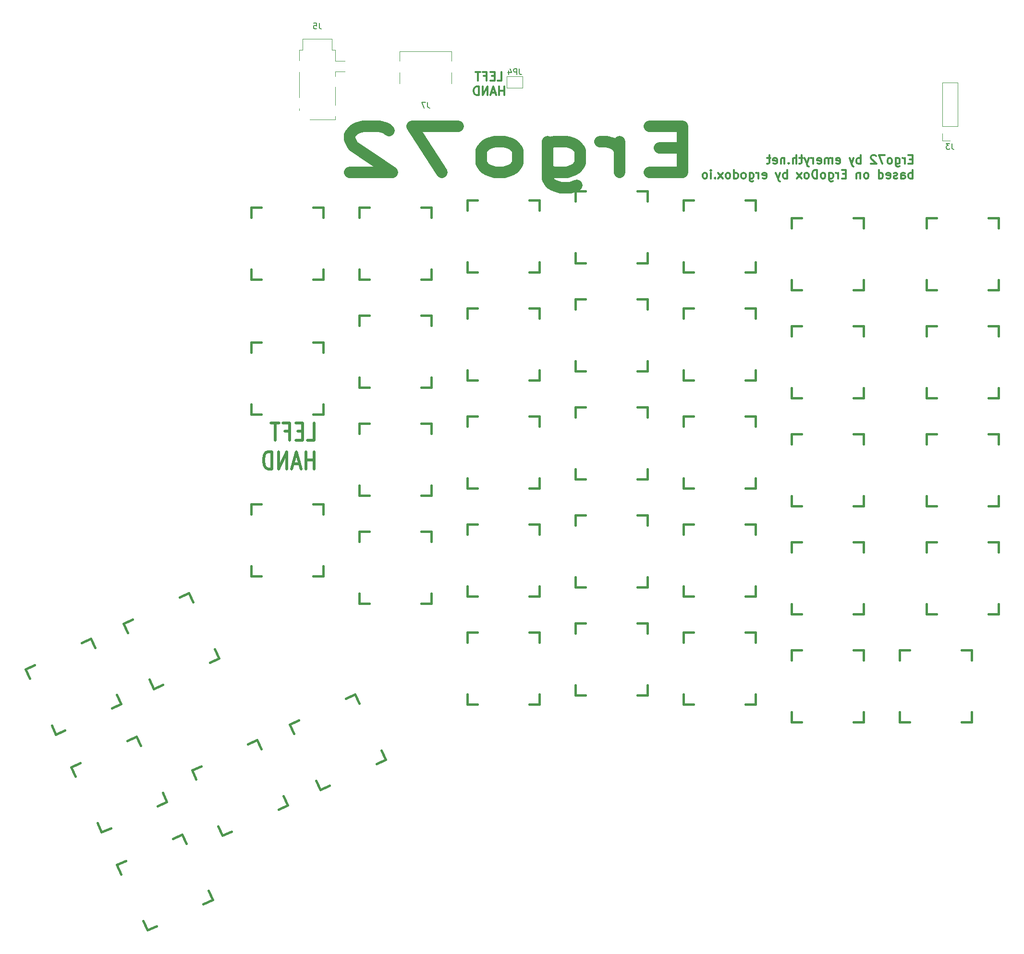
<source format=gbo>
%TF.GenerationSoftware,KiCad,Pcbnew,5.1.6-c6e7f7d~87~ubuntu20.04.1*%
%TF.CreationDate,2020-08-02T23:19:43+02:00*%
%TF.ProjectId,ErgoDOX,4572676f-444f-4582-9e6b-696361645f70,rev?*%
%TF.SameCoordinates,Original*%
%TF.FileFunction,Legend,Bot*%
%TF.FilePolarity,Positive*%
%FSLAX46Y46*%
G04 Gerber Fmt 4.6, Leading zero omitted, Abs format (unit mm)*
G04 Created by KiCad (PCBNEW 5.1.6-c6e7f7d~87~ubuntu20.04.1) date 2020-08-02 23:19:43*
%MOMM*%
%LPD*%
G01*
G04 APERTURE LIST*
%ADD10C,0.304800*%
%ADD11C,2.032000*%
%ADD12C,0.508000*%
%ADD13C,0.120000*%
%ADD14C,0.381000*%
%ADD15C,0.150000*%
G04 APERTURE END LIST*
D10*
X109451428Y-36394028D02*
X110177142Y-36394028D01*
X110177142Y-34870028D01*
X108943428Y-35595742D02*
X108435428Y-35595742D01*
X108217714Y-36394028D02*
X108943428Y-36394028D01*
X108943428Y-34870028D01*
X108217714Y-34870028D01*
X107056571Y-35595742D02*
X107564571Y-35595742D01*
X107564571Y-36394028D02*
X107564571Y-34870028D01*
X106838857Y-34870028D01*
X106476000Y-34870028D02*
X105605142Y-34870028D01*
X106040571Y-36394028D02*
X106040571Y-34870028D01*
X110648857Y-38984828D02*
X110648857Y-37460828D01*
X110648857Y-38186542D02*
X109778000Y-38186542D01*
X109778000Y-38984828D02*
X109778000Y-37460828D01*
X109124857Y-38549400D02*
X108399142Y-38549400D01*
X109270000Y-38984828D02*
X108762000Y-37460828D01*
X108254000Y-38984828D01*
X107746000Y-38984828D02*
X107746000Y-37460828D01*
X106875142Y-38984828D01*
X106875142Y-37460828D01*
X106149428Y-38984828D02*
X106149428Y-37460828D01*
X105786571Y-37460828D01*
X105568857Y-37533400D01*
X105423714Y-37678542D01*
X105351142Y-37823685D01*
X105278571Y-38113971D01*
X105278571Y-38331685D01*
X105351142Y-38621971D01*
X105423714Y-38767114D01*
X105568857Y-38912257D01*
X105786571Y-38984828D01*
X106149428Y-38984828D01*
X182639022Y-50295742D02*
X182131022Y-50295742D01*
X181913308Y-51094028D02*
X182639022Y-51094028D01*
X182639022Y-49570028D01*
X181913308Y-49570028D01*
X181260165Y-51094028D02*
X181260165Y-50078028D01*
X181260165Y-50368314D02*
X181187594Y-50223171D01*
X181115022Y-50150600D01*
X180969880Y-50078028D01*
X180824737Y-50078028D01*
X179663594Y-50078028D02*
X179663594Y-51311742D01*
X179736165Y-51456885D01*
X179808737Y-51529457D01*
X179953880Y-51602028D01*
X180171594Y-51602028D01*
X180316737Y-51529457D01*
X179663594Y-51021457D02*
X179808737Y-51094028D01*
X180099022Y-51094028D01*
X180244165Y-51021457D01*
X180316737Y-50948885D01*
X180389308Y-50803742D01*
X180389308Y-50368314D01*
X180316737Y-50223171D01*
X180244165Y-50150600D01*
X180099022Y-50078028D01*
X179808737Y-50078028D01*
X179663594Y-50150600D01*
X178720165Y-51094028D02*
X178865308Y-51021457D01*
X178937880Y-50948885D01*
X179010451Y-50803742D01*
X179010451Y-50368314D01*
X178937880Y-50223171D01*
X178865308Y-50150600D01*
X178720165Y-50078028D01*
X178502451Y-50078028D01*
X178357308Y-50150600D01*
X178284737Y-50223171D01*
X178212165Y-50368314D01*
X178212165Y-50803742D01*
X178284737Y-50948885D01*
X178357308Y-51021457D01*
X178502451Y-51094028D01*
X178720165Y-51094028D01*
X177704165Y-49570028D02*
X176688165Y-49570028D01*
X177341308Y-51094028D01*
X176180165Y-49715171D02*
X176107594Y-49642600D01*
X175962451Y-49570028D01*
X175599594Y-49570028D01*
X175454451Y-49642600D01*
X175381880Y-49715171D01*
X175309308Y-49860314D01*
X175309308Y-50005457D01*
X175381880Y-50223171D01*
X176252737Y-51094028D01*
X175309308Y-51094028D01*
X173495022Y-51094028D02*
X173495022Y-49570028D01*
X173495022Y-50150600D02*
X173349880Y-50078028D01*
X173059594Y-50078028D01*
X172914451Y-50150600D01*
X172841880Y-50223171D01*
X172769308Y-50368314D01*
X172769308Y-50803742D01*
X172841880Y-50948885D01*
X172914451Y-51021457D01*
X173059594Y-51094028D01*
X173349880Y-51094028D01*
X173495022Y-51021457D01*
X172261308Y-50078028D02*
X171898451Y-51094028D01*
X171535594Y-50078028D02*
X171898451Y-51094028D01*
X172043594Y-51456885D01*
X172116165Y-51529457D01*
X172261308Y-51602028D01*
X169213308Y-51021457D02*
X169358451Y-51094028D01*
X169648737Y-51094028D01*
X169793880Y-51021457D01*
X169866451Y-50876314D01*
X169866451Y-50295742D01*
X169793880Y-50150600D01*
X169648737Y-50078028D01*
X169358451Y-50078028D01*
X169213308Y-50150600D01*
X169140737Y-50295742D01*
X169140737Y-50440885D01*
X169866451Y-50586028D01*
X168487594Y-51094028D02*
X168487594Y-50078028D01*
X168487594Y-50223171D02*
X168415022Y-50150600D01*
X168269880Y-50078028D01*
X168052165Y-50078028D01*
X167907022Y-50150600D01*
X167834451Y-50295742D01*
X167834451Y-51094028D01*
X167834451Y-50295742D02*
X167761880Y-50150600D01*
X167616737Y-50078028D01*
X167399022Y-50078028D01*
X167253880Y-50150600D01*
X167181308Y-50295742D01*
X167181308Y-51094028D01*
X165875022Y-51021457D02*
X166020165Y-51094028D01*
X166310451Y-51094028D01*
X166455594Y-51021457D01*
X166528165Y-50876314D01*
X166528165Y-50295742D01*
X166455594Y-50150600D01*
X166310451Y-50078028D01*
X166020165Y-50078028D01*
X165875022Y-50150600D01*
X165802451Y-50295742D01*
X165802451Y-50440885D01*
X166528165Y-50586028D01*
X165149308Y-51094028D02*
X165149308Y-50078028D01*
X165149308Y-50368314D02*
X165076737Y-50223171D01*
X165004165Y-50150600D01*
X164859022Y-50078028D01*
X164713880Y-50078028D01*
X164351022Y-50078028D02*
X163988165Y-51094028D01*
X163625308Y-50078028D02*
X163988165Y-51094028D01*
X164133308Y-51456885D01*
X164205880Y-51529457D01*
X164351022Y-51602028D01*
X163262451Y-50078028D02*
X162681880Y-50078028D01*
X163044737Y-49570028D02*
X163044737Y-50876314D01*
X162972165Y-51021457D01*
X162827022Y-51094028D01*
X162681880Y-51094028D01*
X162173880Y-51094028D02*
X162173880Y-49570028D01*
X161520737Y-51094028D02*
X161520737Y-50295742D01*
X161593308Y-50150600D01*
X161738451Y-50078028D01*
X161956165Y-50078028D01*
X162101308Y-50150600D01*
X162173880Y-50223171D01*
X160795022Y-50948885D02*
X160722451Y-51021457D01*
X160795022Y-51094028D01*
X160867594Y-51021457D01*
X160795022Y-50948885D01*
X160795022Y-51094028D01*
X160069308Y-50078028D02*
X160069308Y-51094028D01*
X160069308Y-50223171D02*
X159996737Y-50150600D01*
X159851594Y-50078028D01*
X159633880Y-50078028D01*
X159488737Y-50150600D01*
X159416165Y-50295742D01*
X159416165Y-51094028D01*
X158109880Y-51021457D02*
X158255022Y-51094028D01*
X158545308Y-51094028D01*
X158690451Y-51021457D01*
X158763022Y-50876314D01*
X158763022Y-50295742D01*
X158690451Y-50150600D01*
X158545308Y-50078028D01*
X158255022Y-50078028D01*
X158109880Y-50150600D01*
X158037308Y-50295742D01*
X158037308Y-50440885D01*
X158763022Y-50586028D01*
X157601880Y-50078028D02*
X157021308Y-50078028D01*
X157384165Y-49570028D02*
X157384165Y-50876314D01*
X157311594Y-51021457D01*
X157166451Y-51094028D01*
X157021308Y-51094028D01*
X182639022Y-53684828D02*
X182639022Y-52160828D01*
X182639022Y-52741400D02*
X182493880Y-52668828D01*
X182203594Y-52668828D01*
X182058451Y-52741400D01*
X181985880Y-52813971D01*
X181913308Y-52959114D01*
X181913308Y-53394542D01*
X181985880Y-53539685D01*
X182058451Y-53612257D01*
X182203594Y-53684828D01*
X182493880Y-53684828D01*
X182639022Y-53612257D01*
X180607022Y-53684828D02*
X180607022Y-52886542D01*
X180679594Y-52741400D01*
X180824737Y-52668828D01*
X181115022Y-52668828D01*
X181260165Y-52741400D01*
X180607022Y-53612257D02*
X180752165Y-53684828D01*
X181115022Y-53684828D01*
X181260165Y-53612257D01*
X181332737Y-53467114D01*
X181332737Y-53321971D01*
X181260165Y-53176828D01*
X181115022Y-53104257D01*
X180752165Y-53104257D01*
X180607022Y-53031685D01*
X179953880Y-53612257D02*
X179808737Y-53684828D01*
X179518451Y-53684828D01*
X179373308Y-53612257D01*
X179300737Y-53467114D01*
X179300737Y-53394542D01*
X179373308Y-53249400D01*
X179518451Y-53176828D01*
X179736165Y-53176828D01*
X179881308Y-53104257D01*
X179953880Y-52959114D01*
X179953880Y-52886542D01*
X179881308Y-52741400D01*
X179736165Y-52668828D01*
X179518451Y-52668828D01*
X179373308Y-52741400D01*
X178067022Y-53612257D02*
X178212165Y-53684828D01*
X178502451Y-53684828D01*
X178647594Y-53612257D01*
X178720165Y-53467114D01*
X178720165Y-52886542D01*
X178647594Y-52741400D01*
X178502451Y-52668828D01*
X178212165Y-52668828D01*
X178067022Y-52741400D01*
X177994451Y-52886542D01*
X177994451Y-53031685D01*
X178720165Y-53176828D01*
X176688165Y-53684828D02*
X176688165Y-52160828D01*
X176688165Y-53612257D02*
X176833308Y-53684828D01*
X177123594Y-53684828D01*
X177268737Y-53612257D01*
X177341308Y-53539685D01*
X177413880Y-53394542D01*
X177413880Y-52959114D01*
X177341308Y-52813971D01*
X177268737Y-52741400D01*
X177123594Y-52668828D01*
X176833308Y-52668828D01*
X176688165Y-52741400D01*
X174583594Y-53684828D02*
X174728737Y-53612257D01*
X174801308Y-53539685D01*
X174873880Y-53394542D01*
X174873880Y-52959114D01*
X174801308Y-52813971D01*
X174728737Y-52741400D01*
X174583594Y-52668828D01*
X174365880Y-52668828D01*
X174220737Y-52741400D01*
X174148165Y-52813971D01*
X174075594Y-52959114D01*
X174075594Y-53394542D01*
X174148165Y-53539685D01*
X174220737Y-53612257D01*
X174365880Y-53684828D01*
X174583594Y-53684828D01*
X173422451Y-52668828D02*
X173422451Y-53684828D01*
X173422451Y-52813971D02*
X173349880Y-52741400D01*
X173204737Y-52668828D01*
X172987022Y-52668828D01*
X172841880Y-52741400D01*
X172769308Y-52886542D01*
X172769308Y-53684828D01*
X170882451Y-52886542D02*
X170374451Y-52886542D01*
X170156737Y-53684828D02*
X170882451Y-53684828D01*
X170882451Y-52160828D01*
X170156737Y-52160828D01*
X169503594Y-53684828D02*
X169503594Y-52668828D01*
X169503594Y-52959114D02*
X169431022Y-52813971D01*
X169358451Y-52741400D01*
X169213308Y-52668828D01*
X169068165Y-52668828D01*
X167907022Y-52668828D02*
X167907022Y-53902542D01*
X167979594Y-54047685D01*
X168052165Y-54120257D01*
X168197308Y-54192828D01*
X168415022Y-54192828D01*
X168560165Y-54120257D01*
X167907022Y-53612257D02*
X168052165Y-53684828D01*
X168342451Y-53684828D01*
X168487594Y-53612257D01*
X168560165Y-53539685D01*
X168632737Y-53394542D01*
X168632737Y-52959114D01*
X168560165Y-52813971D01*
X168487594Y-52741400D01*
X168342451Y-52668828D01*
X168052165Y-52668828D01*
X167907022Y-52741400D01*
X166963594Y-53684828D02*
X167108737Y-53612257D01*
X167181308Y-53539685D01*
X167253880Y-53394542D01*
X167253880Y-52959114D01*
X167181308Y-52813971D01*
X167108737Y-52741400D01*
X166963594Y-52668828D01*
X166745880Y-52668828D01*
X166600737Y-52741400D01*
X166528165Y-52813971D01*
X166455594Y-52959114D01*
X166455594Y-53394542D01*
X166528165Y-53539685D01*
X166600737Y-53612257D01*
X166745880Y-53684828D01*
X166963594Y-53684828D01*
X165802451Y-53684828D02*
X165802451Y-52160828D01*
X165439594Y-52160828D01*
X165221880Y-52233400D01*
X165076737Y-52378542D01*
X165004165Y-52523685D01*
X164931594Y-52813971D01*
X164931594Y-53031685D01*
X165004165Y-53321971D01*
X165076737Y-53467114D01*
X165221880Y-53612257D01*
X165439594Y-53684828D01*
X165802451Y-53684828D01*
X164060737Y-53684828D02*
X164205880Y-53612257D01*
X164278451Y-53539685D01*
X164351022Y-53394542D01*
X164351022Y-52959114D01*
X164278451Y-52813971D01*
X164205880Y-52741400D01*
X164060737Y-52668828D01*
X163843022Y-52668828D01*
X163697880Y-52741400D01*
X163625308Y-52813971D01*
X163552737Y-52959114D01*
X163552737Y-53394542D01*
X163625308Y-53539685D01*
X163697880Y-53612257D01*
X163843022Y-53684828D01*
X164060737Y-53684828D01*
X163044737Y-53684828D02*
X162246451Y-52668828D01*
X163044737Y-52668828D02*
X162246451Y-53684828D01*
X160504737Y-53684828D02*
X160504737Y-52160828D01*
X160504737Y-52741400D02*
X160359594Y-52668828D01*
X160069308Y-52668828D01*
X159924165Y-52741400D01*
X159851594Y-52813971D01*
X159779022Y-52959114D01*
X159779022Y-53394542D01*
X159851594Y-53539685D01*
X159924165Y-53612257D01*
X160069308Y-53684828D01*
X160359594Y-53684828D01*
X160504737Y-53612257D01*
X159271022Y-52668828D02*
X158908165Y-53684828D01*
X158545308Y-52668828D02*
X158908165Y-53684828D01*
X159053308Y-54047685D01*
X159125880Y-54120257D01*
X159271022Y-54192828D01*
X156223022Y-53612257D02*
X156368165Y-53684828D01*
X156658451Y-53684828D01*
X156803594Y-53612257D01*
X156876165Y-53467114D01*
X156876165Y-52886542D01*
X156803594Y-52741400D01*
X156658451Y-52668828D01*
X156368165Y-52668828D01*
X156223022Y-52741400D01*
X156150451Y-52886542D01*
X156150451Y-53031685D01*
X156876165Y-53176828D01*
X155497308Y-53684828D02*
X155497308Y-52668828D01*
X155497308Y-52959114D02*
X155424737Y-52813971D01*
X155352165Y-52741400D01*
X155207022Y-52668828D01*
X155061880Y-52668828D01*
X153900737Y-52668828D02*
X153900737Y-53902542D01*
X153973308Y-54047685D01*
X154045880Y-54120257D01*
X154191022Y-54192828D01*
X154408737Y-54192828D01*
X154553880Y-54120257D01*
X153900737Y-53612257D02*
X154045880Y-53684828D01*
X154336165Y-53684828D01*
X154481308Y-53612257D01*
X154553880Y-53539685D01*
X154626451Y-53394542D01*
X154626451Y-52959114D01*
X154553880Y-52813971D01*
X154481308Y-52741400D01*
X154336165Y-52668828D01*
X154045880Y-52668828D01*
X153900737Y-52741400D01*
X152957308Y-53684828D02*
X153102451Y-53612257D01*
X153175022Y-53539685D01*
X153247594Y-53394542D01*
X153247594Y-52959114D01*
X153175022Y-52813971D01*
X153102451Y-52741400D01*
X152957308Y-52668828D01*
X152739594Y-52668828D01*
X152594451Y-52741400D01*
X152521880Y-52813971D01*
X152449308Y-52959114D01*
X152449308Y-53394542D01*
X152521880Y-53539685D01*
X152594451Y-53612257D01*
X152739594Y-53684828D01*
X152957308Y-53684828D01*
X151143022Y-53684828D02*
X151143022Y-52160828D01*
X151143022Y-53612257D02*
X151288165Y-53684828D01*
X151578451Y-53684828D01*
X151723594Y-53612257D01*
X151796165Y-53539685D01*
X151868737Y-53394542D01*
X151868737Y-52959114D01*
X151796165Y-52813971D01*
X151723594Y-52741400D01*
X151578451Y-52668828D01*
X151288165Y-52668828D01*
X151143022Y-52741400D01*
X150199594Y-53684828D02*
X150344737Y-53612257D01*
X150417308Y-53539685D01*
X150489880Y-53394542D01*
X150489880Y-52959114D01*
X150417308Y-52813971D01*
X150344737Y-52741400D01*
X150199594Y-52668828D01*
X149981880Y-52668828D01*
X149836737Y-52741400D01*
X149764165Y-52813971D01*
X149691594Y-52959114D01*
X149691594Y-53394542D01*
X149764165Y-53539685D01*
X149836737Y-53612257D01*
X149981880Y-53684828D01*
X150199594Y-53684828D01*
X149183594Y-53684828D02*
X148385308Y-52668828D01*
X149183594Y-52668828D02*
X148385308Y-53684828D01*
X147804737Y-53539685D02*
X147732165Y-53612257D01*
X147804737Y-53684828D01*
X147877308Y-53612257D01*
X147804737Y-53539685D01*
X147804737Y-53684828D01*
X147079022Y-53684828D02*
X147079022Y-52668828D01*
X147079022Y-52160828D02*
X147151594Y-52233400D01*
X147079022Y-52305971D01*
X147006451Y-52233400D01*
X147079022Y-52160828D01*
X147079022Y-52305971D01*
X146135594Y-53684828D02*
X146280737Y-53612257D01*
X146353308Y-53539685D01*
X146425880Y-53394542D01*
X146425880Y-52959114D01*
X146353308Y-52813971D01*
X146280737Y-52741400D01*
X146135594Y-52668828D01*
X145917880Y-52668828D01*
X145772737Y-52741400D01*
X145700165Y-52813971D01*
X145627594Y-52959114D01*
X145627594Y-53394542D01*
X145700165Y-53539685D01*
X145772737Y-53612257D01*
X145917880Y-53684828D01*
X146135594Y-53684828D01*
D11*
X142058571Y-48314428D02*
X137994571Y-48314428D01*
X136252857Y-52571952D02*
X142058571Y-52571952D01*
X142058571Y-44443952D01*
X136252857Y-44443952D01*
X131027714Y-52571952D02*
X131027714Y-47153285D01*
X131027714Y-48701476D02*
X130447142Y-47927380D01*
X129866571Y-47540333D01*
X128705428Y-47153285D01*
X127544285Y-47153285D01*
X118255142Y-47153285D02*
X118255142Y-53733095D01*
X118835714Y-54507190D01*
X119416285Y-54894238D01*
X120577428Y-55281285D01*
X122319142Y-55281285D01*
X123480285Y-54894238D01*
X118255142Y-52184904D02*
X119416285Y-52571952D01*
X121738571Y-52571952D01*
X122899714Y-52184904D01*
X123480285Y-51797857D01*
X124060857Y-51023761D01*
X124060857Y-48701476D01*
X123480285Y-47927380D01*
X122899714Y-47540333D01*
X121738571Y-47153285D01*
X119416285Y-47153285D01*
X118255142Y-47540333D01*
X110707714Y-52571952D02*
X111868857Y-52184904D01*
X112449428Y-51797857D01*
X113030000Y-51023761D01*
X113030000Y-48701476D01*
X112449428Y-47927380D01*
X111868857Y-47540333D01*
X110707714Y-47153285D01*
X108966000Y-47153285D01*
X107804857Y-47540333D01*
X107224285Y-47927380D01*
X106643714Y-48701476D01*
X106643714Y-51023761D01*
X107224285Y-51797857D01*
X107804857Y-52184904D01*
X108966000Y-52571952D01*
X110707714Y-52571952D01*
X102579714Y-44443952D02*
X94451714Y-44443952D01*
X99676857Y-52571952D01*
X90387714Y-45218047D02*
X89807142Y-44831000D01*
X88646000Y-44443952D01*
X85743142Y-44443952D01*
X84582000Y-44831000D01*
X84001428Y-45218047D01*
X83420857Y-45992142D01*
X83420857Y-46766238D01*
X84001428Y-47927380D01*
X90968285Y-52571952D01*
X83420857Y-52571952D01*
D12*
X75960514Y-99803857D02*
X77170038Y-99803857D01*
X77170038Y-96755857D01*
X75113847Y-98207285D02*
X74267180Y-98207285D01*
X73904323Y-99803857D02*
X75113847Y-99803857D01*
X75113847Y-96755857D01*
X73904323Y-96755857D01*
X71969085Y-98207285D02*
X72815752Y-98207285D01*
X72815752Y-99803857D02*
X72815752Y-96755857D01*
X71606228Y-96755857D01*
X71001466Y-96755857D02*
X69550038Y-96755857D01*
X70275752Y-99803857D02*
X70275752Y-96755857D01*
X77170038Y-104883857D02*
X77170038Y-101835857D01*
X77170038Y-103287285D02*
X75718609Y-103287285D01*
X75718609Y-104883857D02*
X75718609Y-101835857D01*
X74630038Y-104013000D02*
X73420514Y-104013000D01*
X74871942Y-104883857D02*
X74025276Y-101835857D01*
X73178609Y-104883857D01*
X72331942Y-104883857D02*
X72331942Y-101835857D01*
X70880514Y-104883857D01*
X70880514Y-101835857D01*
X69670990Y-104883857D02*
X69670990Y-101835857D01*
X69066228Y-101835857D01*
X68703371Y-101981000D01*
X68461466Y-102271285D01*
X68340514Y-102561571D01*
X68219561Y-103142142D01*
X68219561Y-103577571D01*
X68340514Y-104158142D01*
X68461466Y-104448428D01*
X68703371Y-104738714D01*
X69066228Y-104883857D01*
X69670990Y-104883857D01*
D13*
X113900000Y-37700000D02*
X113900000Y-35700000D01*
X111100000Y-37700000D02*
X113900000Y-37700000D01*
X111100000Y-35700000D02*
X111100000Y-37700000D01*
X113900000Y-35700000D02*
X111100000Y-35700000D01*
X92240000Y-36925000D02*
X92240000Y-35005000D01*
X101400000Y-35005000D02*
X101400000Y-36925000D01*
X101400000Y-32995000D02*
X101400000Y-31290000D01*
X92240000Y-31290000D02*
X92240000Y-32995000D01*
X101400000Y-31290000D02*
X92240000Y-31290000D01*
X82600000Y-34850000D02*
X80900000Y-34850000D01*
X80900000Y-32950000D02*
X82600000Y-32950000D01*
X74500000Y-41350000D02*
X74500000Y-41700000D01*
X74500000Y-34900000D02*
X74500000Y-39350000D01*
X80900000Y-32950000D02*
X80900000Y-31050000D01*
X80900000Y-31050000D02*
X80300000Y-31050000D01*
X80300000Y-31050000D02*
X80300000Y-29050000D01*
X80300000Y-29050000D02*
X75100000Y-29050000D01*
X75100000Y-29050000D02*
X75100000Y-31050000D01*
X75100000Y-31050000D02*
X74500000Y-31050000D01*
X74500000Y-31050000D02*
X74500000Y-32900000D01*
X80900000Y-35700000D02*
X80900000Y-34850000D01*
X80900000Y-40750000D02*
X80900000Y-37550000D01*
X76400000Y-43250000D02*
X80900000Y-43250000D01*
X80900000Y-43250000D02*
X80900000Y-42650000D01*
X187900000Y-36770000D02*
X190560000Y-36770000D01*
X187900000Y-44450000D02*
X187900000Y-36770000D01*
X190560000Y-44450000D02*
X190560000Y-36770000D01*
X187900000Y-44450000D02*
X190560000Y-44450000D01*
X187900000Y-45720000D02*
X187900000Y-47050000D01*
X187900000Y-47050000D02*
X189230000Y-47050000D01*
D14*
X185102500Y-81480660D02*
X185102500Y-79702660D01*
X185102500Y-92402660D02*
X185102500Y-90624660D01*
X186880500Y-92402660D02*
X185102500Y-92402660D01*
X197802500Y-92402660D02*
X196024500Y-92402660D01*
X197802500Y-90624660D02*
X197802500Y-92402660D01*
X197802500Y-79702660D02*
X197802500Y-81480660D01*
X196024500Y-79702660D02*
X197802500Y-79702660D01*
X185102500Y-79702660D02*
X186880500Y-79702660D01*
X185102500Y-119580660D02*
X185102500Y-117802660D01*
X185102500Y-130502660D02*
X185102500Y-128724660D01*
X186880500Y-130502660D02*
X185102500Y-130502660D01*
X197802500Y-130502660D02*
X196024500Y-130502660D01*
X197802500Y-128724660D02*
X197802500Y-130502660D01*
X197802500Y-117802660D02*
X197802500Y-119580660D01*
X196024500Y-117802660D02*
X197802500Y-117802660D01*
X185102500Y-117802660D02*
X186880500Y-117802660D01*
X185102500Y-62433200D02*
X185102500Y-60655200D01*
X185102500Y-73355200D02*
X185102500Y-71577200D01*
X186880500Y-73355200D02*
X185102500Y-73355200D01*
X197802500Y-73355200D02*
X196024500Y-73355200D01*
X197802500Y-71577200D02*
X197802500Y-73355200D01*
X197802500Y-60655200D02*
X197802500Y-62433200D01*
X196024500Y-60655200D02*
X197802500Y-60655200D01*
X185102500Y-60655200D02*
X186880500Y-60655200D01*
X185102500Y-100530660D02*
X185102500Y-98752660D01*
X185102500Y-111452660D02*
X185102500Y-109674660D01*
X186880500Y-111452660D02*
X185102500Y-111452660D01*
X197802500Y-111452660D02*
X196024500Y-111452660D01*
X197802500Y-109674660D02*
X197802500Y-111452660D01*
X197802500Y-98752660D02*
X197802500Y-100530660D01*
X196024500Y-98752660D02*
X197802500Y-98752660D01*
X185102500Y-98752660D02*
X186880500Y-98752660D01*
X85090000Y-60528200D02*
X85090000Y-58750200D01*
X85090000Y-71450200D02*
X85090000Y-69672200D01*
X86868000Y-71450200D02*
X85090000Y-71450200D01*
X97790000Y-71450200D02*
X96012000Y-71450200D01*
X97790000Y-69672200D02*
X97790000Y-71450200D01*
X97790000Y-58750200D02*
X97790000Y-60528200D01*
X96012000Y-58750200D02*
X97790000Y-58750200D01*
X85090000Y-58750200D02*
X86868000Y-58750200D01*
X142240000Y-78305660D02*
X142240000Y-76527660D01*
X142240000Y-89227660D02*
X142240000Y-87449660D01*
X144018000Y-89227660D02*
X142240000Y-89227660D01*
X154940000Y-89227660D02*
X153162000Y-89227660D01*
X154940000Y-87449660D02*
X154940000Y-89227660D01*
X154940000Y-76527660D02*
X154940000Y-78305660D01*
X153162000Y-76527660D02*
X154940000Y-76527660D01*
X142240000Y-76527660D02*
X144018000Y-76527660D01*
X62578467Y-168804545D02*
X60967052Y-169555960D01*
X72477160Y-164188708D02*
X70865745Y-164940124D01*
X71725745Y-162577293D02*
X72477160Y-164188708D01*
X67109908Y-152678600D02*
X67861324Y-154290015D01*
X65498493Y-153430015D02*
X67109908Y-152678600D01*
X55599800Y-158045852D02*
X57211215Y-157294436D01*
X56351215Y-159657267D02*
X55599800Y-158045852D01*
X60967052Y-169555960D02*
X60215636Y-167944545D01*
X79842847Y-160752745D02*
X78231432Y-161504160D01*
X89741540Y-156136908D02*
X88130125Y-156888324D01*
X88990125Y-154525493D02*
X89741540Y-156136908D01*
X84374288Y-144626800D02*
X85125704Y-146238215D01*
X82762873Y-145378215D02*
X84374288Y-144626800D01*
X72864180Y-149994052D02*
X74475595Y-149242636D01*
X73615595Y-151605467D02*
X72864180Y-149994052D01*
X78231432Y-161504160D02*
X77480016Y-159892745D01*
X104140000Y-135455660D02*
X104140000Y-133677660D01*
X104140000Y-146377660D02*
X104140000Y-144599660D01*
X105918000Y-146377660D02*
X104140000Y-146377660D01*
X116840000Y-146377660D02*
X115062000Y-146377660D01*
X116840000Y-144599660D02*
X116840000Y-146377660D01*
X116840000Y-133677660D02*
X116840000Y-135455660D01*
X115062000Y-133677660D02*
X116840000Y-133677660D01*
X104140000Y-133677660D02*
X105918000Y-133677660D01*
X123190000Y-133858000D02*
X123190000Y-132080000D01*
X123190000Y-144780000D02*
X123190000Y-143002000D01*
X124968000Y-144780000D02*
X123190000Y-144780000D01*
X135890000Y-144780000D02*
X134112000Y-144780000D01*
X135890000Y-143002000D02*
X135890000Y-144780000D01*
X135890000Y-132080000D02*
X135890000Y-133858000D01*
X134112000Y-132080000D02*
X135890000Y-132080000D01*
X123190000Y-132080000D02*
X124968000Y-132080000D01*
X161290000Y-138630660D02*
X161290000Y-136852660D01*
X161290000Y-149552660D02*
X161290000Y-147774660D01*
X163068000Y-149552660D02*
X161290000Y-149552660D01*
X173990000Y-149552660D02*
X172212000Y-149552660D01*
X173990000Y-147774660D02*
X173990000Y-149552660D01*
X173990000Y-136852660D02*
X173990000Y-138630660D01*
X172212000Y-136852660D02*
X173990000Y-136852660D01*
X161290000Y-136852660D02*
X163068000Y-136852660D01*
X85090000Y-117675660D02*
X85090000Y-115897660D01*
X85090000Y-128597660D02*
X85090000Y-126819660D01*
X86868000Y-128597660D02*
X85090000Y-128597660D01*
X97790000Y-128597660D02*
X96012000Y-128597660D01*
X97790000Y-126819660D02*
X97790000Y-128597660D01*
X97790000Y-115897660D02*
X97790000Y-117675660D01*
X96012000Y-115897660D02*
X97790000Y-115897660D01*
X85090000Y-115897660D02*
X86868000Y-115897660D01*
X104140000Y-116405660D02*
X104140000Y-114627660D01*
X104140000Y-127327660D02*
X104140000Y-125549660D01*
X105918000Y-127327660D02*
X104140000Y-127327660D01*
X116840000Y-127327660D02*
X115062000Y-127327660D01*
X116840000Y-125549660D02*
X116840000Y-127327660D01*
X116840000Y-114627660D02*
X116840000Y-116405660D01*
X115062000Y-114627660D02*
X116840000Y-114627660D01*
X104140000Y-114627660D02*
X105918000Y-114627660D01*
X123190000Y-114808000D02*
X123190000Y-113030000D01*
X123190000Y-125730000D02*
X123190000Y-123952000D01*
X124968000Y-125730000D02*
X123190000Y-125730000D01*
X135890000Y-125730000D02*
X134112000Y-125730000D01*
X135890000Y-123952000D02*
X135890000Y-125730000D01*
X135890000Y-113030000D02*
X135890000Y-114808000D01*
X134112000Y-113030000D02*
X135890000Y-113030000D01*
X123190000Y-113030000D02*
X124968000Y-113030000D01*
X142240000Y-116405660D02*
X142240000Y-114627660D01*
X142240000Y-127327660D02*
X142240000Y-125549660D01*
X144018000Y-127327660D02*
X142240000Y-127327660D01*
X154940000Y-127327660D02*
X153162000Y-127327660D01*
X154940000Y-125549660D02*
X154940000Y-127327660D01*
X154940000Y-114627660D02*
X154940000Y-116405660D01*
X153162000Y-114627660D02*
X154940000Y-114627660D01*
X142240000Y-114627660D02*
X144018000Y-114627660D01*
X161290000Y-119580660D02*
X161290000Y-117802660D01*
X161290000Y-130502660D02*
X161290000Y-128724660D01*
X163068000Y-130502660D02*
X161290000Y-130502660D01*
X173990000Y-130502660D02*
X172212000Y-130502660D01*
X173990000Y-128724660D02*
X173990000Y-130502660D01*
X173990000Y-117802660D02*
X173990000Y-119580660D01*
X172212000Y-117802660D02*
X173990000Y-117802660D01*
X161290000Y-117802660D02*
X163068000Y-117802660D01*
X85090000Y-98625660D02*
X85090000Y-96847660D01*
X85090000Y-109547660D02*
X85090000Y-107769660D01*
X86868000Y-109547660D02*
X85090000Y-109547660D01*
X97790000Y-109547660D02*
X96012000Y-109547660D01*
X97790000Y-107769660D02*
X97790000Y-109547660D01*
X97790000Y-96847660D02*
X97790000Y-98625660D01*
X96012000Y-96847660D02*
X97790000Y-96847660D01*
X85090000Y-96847660D02*
X86868000Y-96847660D01*
X104140000Y-97355660D02*
X104140000Y-95577660D01*
X104140000Y-108277660D02*
X104140000Y-106499660D01*
X105918000Y-108277660D02*
X104140000Y-108277660D01*
X116840000Y-108277660D02*
X115062000Y-108277660D01*
X116840000Y-106499660D02*
X116840000Y-108277660D01*
X116840000Y-95577660D02*
X116840000Y-97355660D01*
X115062000Y-95577660D02*
X116840000Y-95577660D01*
X104140000Y-95577660D02*
X105918000Y-95577660D01*
X123190000Y-95758000D02*
X123190000Y-93980000D01*
X123190000Y-106680000D02*
X123190000Y-104902000D01*
X124968000Y-106680000D02*
X123190000Y-106680000D01*
X135890000Y-106680000D02*
X134112000Y-106680000D01*
X135890000Y-104902000D02*
X135890000Y-106680000D01*
X135890000Y-93980000D02*
X135890000Y-95758000D01*
X134112000Y-93980000D02*
X135890000Y-93980000D01*
X123190000Y-93980000D02*
X124968000Y-93980000D01*
X142240000Y-97355660D02*
X142240000Y-95577660D01*
X142240000Y-108277660D02*
X142240000Y-106499660D01*
X144018000Y-108277660D02*
X142240000Y-108277660D01*
X154940000Y-108277660D02*
X153162000Y-108277660D01*
X154940000Y-106499660D02*
X154940000Y-108277660D01*
X154940000Y-95577660D02*
X154940000Y-97355660D01*
X153162000Y-95577660D02*
X154940000Y-95577660D01*
X142240000Y-95577660D02*
X144018000Y-95577660D01*
X104140000Y-78305660D02*
X104140000Y-76527660D01*
X104140000Y-89227660D02*
X104140000Y-87449660D01*
X105918000Y-89227660D02*
X104140000Y-89227660D01*
X116840000Y-89227660D02*
X115062000Y-89227660D01*
X116840000Y-87449660D02*
X116840000Y-89227660D01*
X116840000Y-76527660D02*
X116840000Y-78305660D01*
X115062000Y-76527660D02*
X116840000Y-76527660D01*
X104140000Y-76527660D02*
X105918000Y-76527660D01*
X123190000Y-76708000D02*
X123190000Y-74930000D01*
X123190000Y-87630000D02*
X123190000Y-85852000D01*
X124968000Y-87630000D02*
X123190000Y-87630000D01*
X135890000Y-87630000D02*
X134112000Y-87630000D01*
X135890000Y-85852000D02*
X135890000Y-87630000D01*
X135890000Y-74930000D02*
X135890000Y-76708000D01*
X134112000Y-74930000D02*
X135890000Y-74930000D01*
X123190000Y-74930000D02*
X124968000Y-74930000D01*
X161290000Y-81480660D02*
X161290000Y-79702660D01*
X161290000Y-92402660D02*
X161290000Y-90624660D01*
X163068000Y-92402660D02*
X161290000Y-92402660D01*
X173990000Y-92402660D02*
X172212000Y-92402660D01*
X173990000Y-90624660D02*
X173990000Y-92402660D01*
X173990000Y-79702660D02*
X173990000Y-81480660D01*
X172212000Y-79702660D02*
X173990000Y-79702660D01*
X161290000Y-79702660D02*
X163068000Y-79702660D01*
X142240000Y-135455660D02*
X142240000Y-133677660D01*
X142240000Y-146377660D02*
X142240000Y-144599660D01*
X144018000Y-146377660D02*
X142240000Y-146377660D01*
X154940000Y-146377660D02*
X153162000Y-146377660D01*
X154940000Y-144599660D02*
X154940000Y-146377660D01*
X154940000Y-133677660D02*
X154940000Y-135455660D01*
X153162000Y-133677660D02*
X154940000Y-133677660D01*
X142240000Y-133677660D02*
X144018000Y-133677660D01*
X104140000Y-59255660D02*
X104140000Y-57477660D01*
X104140000Y-70177660D02*
X104140000Y-68399660D01*
X105918000Y-70177660D02*
X104140000Y-70177660D01*
X116840000Y-70177660D02*
X115062000Y-70177660D01*
X116840000Y-68399660D02*
X116840000Y-70177660D01*
X116840000Y-57477660D02*
X116840000Y-59255660D01*
X115062000Y-57477660D02*
X116840000Y-57477660D01*
X104140000Y-57477660D02*
X105918000Y-57477660D01*
X123190000Y-57658000D02*
X123190000Y-55880000D01*
X123190000Y-68580000D02*
X123190000Y-66802000D01*
X124968000Y-68580000D02*
X123190000Y-68580000D01*
X135890000Y-68580000D02*
X134112000Y-68580000D01*
X135890000Y-66802000D02*
X135890000Y-68580000D01*
X135890000Y-55880000D02*
X135890000Y-57658000D01*
X134112000Y-55880000D02*
X135890000Y-55880000D01*
X123190000Y-55880000D02*
X124968000Y-55880000D01*
X142240000Y-59255660D02*
X142240000Y-57477660D01*
X142240000Y-70177660D02*
X142240000Y-68399660D01*
X144018000Y-70177660D02*
X142240000Y-70177660D01*
X154940000Y-70177660D02*
X153162000Y-70177660D01*
X154940000Y-68399660D02*
X154940000Y-70177660D01*
X154940000Y-57477660D02*
X154940000Y-59255660D01*
X153162000Y-57477660D02*
X154940000Y-57477660D01*
X142240000Y-57477660D02*
X144018000Y-57477660D01*
X161290000Y-62433200D02*
X161290000Y-60655200D01*
X161290000Y-73355200D02*
X161290000Y-71577200D01*
X163068000Y-73355200D02*
X161290000Y-73355200D01*
X173990000Y-73355200D02*
X172212000Y-73355200D01*
X173990000Y-71577200D02*
X173990000Y-73355200D01*
X173990000Y-60655200D02*
X173990000Y-62433200D01*
X172212000Y-60655200D02*
X173990000Y-60655200D01*
X161290000Y-60655200D02*
X163068000Y-60655200D01*
X44276055Y-133759427D02*
X43524640Y-132148012D01*
X48891892Y-143658120D02*
X48140476Y-142046705D01*
X50503307Y-142906705D02*
X48891892Y-143658120D01*
X60402000Y-138290868D02*
X58790585Y-139042284D01*
X59650585Y-136679453D02*
X60402000Y-138290868D01*
X55034748Y-126780760D02*
X55786164Y-128392175D01*
X53423333Y-127532175D02*
X55034748Y-126780760D01*
X43524640Y-132148012D02*
X45136055Y-131396596D01*
X27011675Y-141808687D02*
X26260260Y-140197272D01*
X31627512Y-151707380D02*
X30876096Y-150095965D01*
X33238927Y-150955965D02*
X31627512Y-151707380D01*
X43137620Y-146340128D02*
X41526205Y-147091544D01*
X42386205Y-144728713D02*
X43137620Y-146340128D01*
X37770368Y-134830020D02*
X38521784Y-136441435D01*
X36158953Y-135581435D02*
X37770368Y-134830020D01*
X26260260Y-140197272D02*
X27871675Y-139445856D01*
X43112735Y-176339987D02*
X42361320Y-174728572D01*
X47728572Y-186238680D02*
X46977156Y-184627265D01*
X49339987Y-185487265D02*
X47728572Y-186238680D01*
X59238680Y-180871428D02*
X57627265Y-181622844D01*
X58487265Y-179260013D02*
X59238680Y-180871428D01*
X53871428Y-169361320D02*
X54622844Y-170972735D01*
X52260013Y-170112735D02*
X53871428Y-169361320D01*
X42361320Y-174728572D02*
X43972735Y-173977156D01*
X35060935Y-159073067D02*
X34309520Y-157461652D01*
X39676772Y-168971760D02*
X38925356Y-167360345D01*
X41288187Y-168220345D02*
X39676772Y-168971760D01*
X51186880Y-163604508D02*
X49575465Y-164355924D01*
X50435465Y-161993093D02*
X51186880Y-163604508D01*
X45819628Y-152094400D02*
X46571044Y-153705815D01*
X44208213Y-152845815D02*
X45819628Y-152094400D01*
X34309520Y-157461652D02*
X35920935Y-156710236D01*
X85090000Y-79575660D02*
X85090000Y-77797660D01*
X85090000Y-90497660D02*
X85090000Y-88719660D01*
X86868000Y-90497660D02*
X85090000Y-90497660D01*
X97790000Y-90497660D02*
X96012000Y-90497660D01*
X97790000Y-88719660D02*
X97790000Y-90497660D01*
X97790000Y-77797660D02*
X97790000Y-79575660D01*
X96012000Y-77797660D02*
X97790000Y-77797660D01*
X85090000Y-77797660D02*
X86868000Y-77797660D01*
X180340000Y-138630660D02*
X180340000Y-136852660D01*
X180340000Y-149552660D02*
X180340000Y-147774660D01*
X182118000Y-149552660D02*
X180340000Y-149552660D01*
X193040000Y-149552660D02*
X191262000Y-149552660D01*
X193040000Y-147774660D02*
X193040000Y-149552660D01*
X193040000Y-136852660D02*
X193040000Y-138630660D01*
X191262000Y-136852660D02*
X193040000Y-136852660D01*
X180340000Y-136852660D02*
X182118000Y-136852660D01*
X67818000Y-123835160D02*
X66040000Y-123835160D01*
X78740000Y-123835160D02*
X76962000Y-123835160D01*
X78740000Y-122057160D02*
X78740000Y-123835160D01*
X78740000Y-111135160D02*
X78740000Y-112913160D01*
X76962000Y-111135160D02*
X78740000Y-111135160D01*
X66040000Y-111135160D02*
X67818000Y-111135160D01*
X66040000Y-112913160D02*
X66040000Y-111135160D01*
X66040000Y-123835160D02*
X66040000Y-122057160D01*
X67818000Y-95260160D02*
X66040000Y-95260160D01*
X78740000Y-95260160D02*
X76962000Y-95260160D01*
X78740000Y-93482160D02*
X78740000Y-95260160D01*
X78740000Y-82560160D02*
X78740000Y-84338160D01*
X76962000Y-82560160D02*
X78740000Y-82560160D01*
X66040000Y-82560160D02*
X67818000Y-82560160D01*
X66040000Y-84338160D02*
X66040000Y-82560160D01*
X66040000Y-95260160D02*
X66040000Y-93482160D01*
X66040000Y-60528200D02*
X66040000Y-58750200D01*
X66040000Y-71450200D02*
X66040000Y-69672200D01*
X67818000Y-71450200D02*
X66040000Y-71450200D01*
X78740000Y-71450200D02*
X76962000Y-71450200D01*
X78740000Y-69672200D02*
X78740000Y-71450200D01*
X78740000Y-58750200D02*
X78740000Y-60528200D01*
X76962000Y-58750200D02*
X78740000Y-58750200D01*
X66040000Y-58750200D02*
X67818000Y-58750200D01*
X161290000Y-100530660D02*
X161290000Y-98752660D01*
X161290000Y-111452660D02*
X161290000Y-109674660D01*
X163068000Y-111452660D02*
X161290000Y-111452660D01*
X173990000Y-111452660D02*
X172212000Y-111452660D01*
X173990000Y-109674660D02*
X173990000Y-111452660D01*
X173990000Y-98752660D02*
X173990000Y-100530660D01*
X172212000Y-98752660D02*
X173990000Y-98752660D01*
X161290000Y-98752660D02*
X163068000Y-98752660D01*
D15*
X113333333Y-34352380D02*
X113333333Y-35066666D01*
X113380952Y-35209523D01*
X113476190Y-35304761D01*
X113619047Y-35352380D01*
X113714285Y-35352380D01*
X112857142Y-35352380D02*
X112857142Y-34352380D01*
X112476190Y-34352380D01*
X112380952Y-34400000D01*
X112333333Y-34447619D01*
X112285714Y-34542857D01*
X112285714Y-34685714D01*
X112333333Y-34780952D01*
X112380952Y-34828571D01*
X112476190Y-34876190D01*
X112857142Y-34876190D01*
X111428571Y-34685714D02*
X111428571Y-35352380D01*
X111666666Y-34304761D02*
X111904761Y-35019047D01*
X111285714Y-35019047D01*
X97153333Y-40242380D02*
X97153333Y-40956666D01*
X97200952Y-41099523D01*
X97296190Y-41194761D01*
X97439047Y-41242380D01*
X97534285Y-41242380D01*
X96772380Y-40242380D02*
X96105714Y-40242380D01*
X96534285Y-41242380D01*
X78033333Y-26272380D02*
X78033333Y-26986666D01*
X78080952Y-27129523D01*
X78176190Y-27224761D01*
X78319047Y-27272380D01*
X78414285Y-27272380D01*
X77080952Y-26272380D02*
X77557142Y-26272380D01*
X77604761Y-26748571D01*
X77557142Y-26700952D01*
X77461904Y-26653333D01*
X77223809Y-26653333D01*
X77128571Y-26700952D01*
X77080952Y-26748571D01*
X77033333Y-26843809D01*
X77033333Y-27081904D01*
X77080952Y-27177142D01*
X77128571Y-27224761D01*
X77223809Y-27272380D01*
X77461904Y-27272380D01*
X77557142Y-27224761D01*
X77604761Y-27177142D01*
X189563333Y-47502380D02*
X189563333Y-48216666D01*
X189610952Y-48359523D01*
X189706190Y-48454761D01*
X189849047Y-48502380D01*
X189944285Y-48502380D01*
X189182380Y-47502380D02*
X188563333Y-47502380D01*
X188896666Y-47883333D01*
X188753809Y-47883333D01*
X188658571Y-47930952D01*
X188610952Y-47978571D01*
X188563333Y-48073809D01*
X188563333Y-48311904D01*
X188610952Y-48407142D01*
X188658571Y-48454761D01*
X188753809Y-48502380D01*
X189039523Y-48502380D01*
X189134761Y-48454761D01*
X189182380Y-48407142D01*
M02*

</source>
